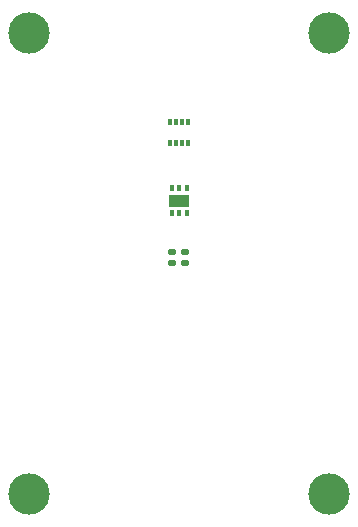
<source format=gtp>
G04 #@! TF.GenerationSoftware,KiCad,Pcbnew,(6.0.1)*
G04 #@! TF.CreationDate,2023-05-09T20:22:02-04:00*
G04 #@! TF.ProjectId,ExternalFaces,45787465-726e-4616-9c46-616365732e6b,rev?*
G04 #@! TF.SameCoordinates,Original*
G04 #@! TF.FileFunction,Paste,Top*
G04 #@! TF.FilePolarity,Positive*
%FSLAX46Y46*%
G04 Gerber Fmt 4.6, Leading zero omitted, Abs format (unit mm)*
G04 Created by KiCad (PCBNEW (6.0.1)) date 2023-05-09 20:22:02*
%MOMM*%
%LPD*%
G01*
G04 APERTURE LIST*
G04 Aperture macros list*
%AMRoundRect*
0 Rectangle with rounded corners*
0 $1 Rounding radius*
0 $2 $3 $4 $5 $6 $7 $8 $9 X,Y pos of 4 corners*
0 Add a 4 corners polygon primitive as box body*
4,1,4,$2,$3,$4,$5,$6,$7,$8,$9,$2,$3,0*
0 Add four circle primitives for the rounded corners*
1,1,$1+$1,$2,$3*
1,1,$1+$1,$4,$5*
1,1,$1+$1,$6,$7*
1,1,$1+$1,$8,$9*
0 Add four rect primitives between the rounded corners*
20,1,$1+$1,$2,$3,$4,$5,0*
20,1,$1+$1,$4,$5,$6,$7,0*
20,1,$1+$1,$6,$7,$8,$9,0*
20,1,$1+$1,$8,$9,$2,$3,0*%
G04 Aperture macros list end*
%ADD10R,0.350000X0.600000*%
%ADD11R,1.700000X1.100000*%
%ADD12RoundRect,0.140000X0.170000X-0.140000X0.170000X0.140000X-0.170000X0.140000X-0.170000X-0.140000X0*%
%ADD13R,0.300000X0.620000*%
%ADD14C,3.500000*%
G04 APERTURE END LIST*
D10*
X131050000Y-89150000D03*
X130400000Y-89150000D03*
X129750000Y-89150000D03*
X129750000Y-91250000D03*
X130400000Y-91250000D03*
X131050000Y-91250000D03*
D11*
X130400000Y-90200000D03*
D12*
X130900000Y-95480000D03*
X130900000Y-94520000D03*
D13*
X129650000Y-85310000D03*
X130150000Y-85310000D03*
X130650000Y-85310000D03*
X131150000Y-85310000D03*
X131150000Y-83490000D03*
X130650000Y-83490000D03*
X130150000Y-83490000D03*
X129650000Y-83490000D03*
D14*
X117700000Y-115000000D03*
X117700000Y-76000000D03*
D12*
X129800000Y-95480000D03*
X129800000Y-94520000D03*
D14*
X143100000Y-115000000D03*
X143100000Y-76000000D03*
M02*

</source>
